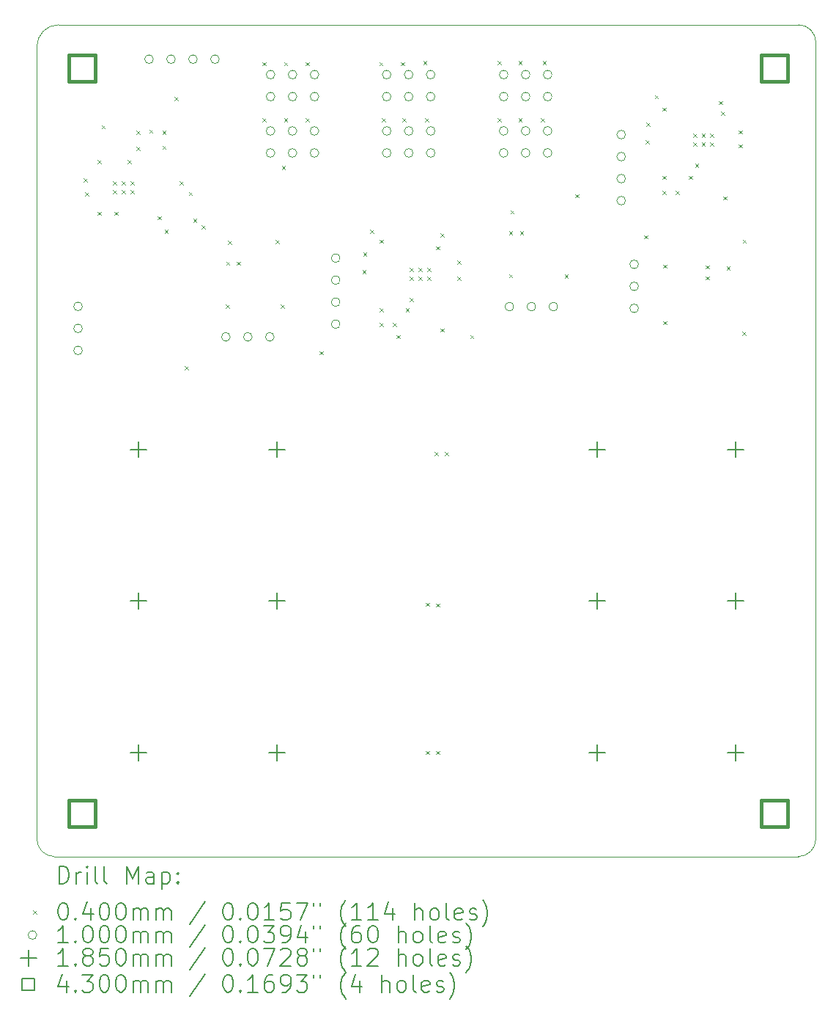
<source format=gbr>
%TF.GenerationSoftware,KiCad,Pcbnew,6.0.7*%
%TF.CreationDate,2022-11-21T22:22:32-06:00*%
%TF.ProjectId,CubesatPwrBoard,43756265-7361-4745-9077-72426f617264,rev?*%
%TF.SameCoordinates,Original*%
%TF.FileFunction,Drillmap*%
%TF.FilePolarity,Positive*%
%FSLAX45Y45*%
G04 Gerber Fmt 4.5, Leading zero omitted, Abs format (unit mm)*
G04 Created by KiCad (PCBNEW 6.0.7) date 2022-11-21 22:22:32*
%MOMM*%
%LPD*%
G01*
G04 APERTURE LIST*
%ADD10C,0.050000*%
%ADD11C,0.200000*%
%ADD12C,0.040000*%
%ADD13C,0.100000*%
%ADD14C,0.185000*%
%ADD15C,0.430000*%
G04 APERTURE END LIST*
D10*
X10665000Y-13950000D02*
X10665000Y-4800000D01*
X19465000Y-14150000D02*
G75*
G03*
X19665000Y-13950000I0J200000D01*
G01*
X10915000Y-4550000D02*
X19465000Y-4550000D01*
X19665000Y-4750000D02*
G75*
G03*
X19465000Y-4550000I-200000J0D01*
G01*
X10865000Y-14150000D02*
X19465000Y-14150000D01*
X10665000Y-13950000D02*
G75*
G03*
X10865000Y-14150000I200000J0D01*
G01*
X10915000Y-4550000D02*
G75*
G03*
X10665000Y-4800000I0J-250000D01*
G01*
X19665000Y-13950000D02*
X19665000Y-4750000D01*
D11*
D12*
X11203750Y-6325000D02*
X11243750Y-6365000D01*
X11243750Y-6325000D02*
X11203750Y-6365000D01*
X11220000Y-6483750D02*
X11260000Y-6523750D01*
X11260000Y-6483750D02*
X11220000Y-6523750D01*
X11362500Y-6108750D02*
X11402500Y-6148750D01*
X11402500Y-6108750D02*
X11362500Y-6148750D01*
X11362500Y-6708750D02*
X11402500Y-6748750D01*
X11402500Y-6708750D02*
X11362500Y-6748750D01*
X11412500Y-5708750D02*
X11452500Y-5748750D01*
X11452500Y-5708750D02*
X11412500Y-5748750D01*
X11545000Y-6358750D02*
X11585000Y-6398750D01*
X11585000Y-6358750D02*
X11545000Y-6398750D01*
X11545000Y-6458750D02*
X11585000Y-6498750D01*
X11585000Y-6458750D02*
X11545000Y-6498750D01*
X11562500Y-6708750D02*
X11602500Y-6748750D01*
X11602500Y-6708750D02*
X11562500Y-6748750D01*
X11645000Y-6358750D02*
X11685000Y-6398750D01*
X11685000Y-6358750D02*
X11645000Y-6398750D01*
X11645000Y-6458750D02*
X11685000Y-6498750D01*
X11685000Y-6458750D02*
X11645000Y-6498750D01*
X11712500Y-6108750D02*
X11752500Y-6148750D01*
X11752500Y-6108750D02*
X11712500Y-6148750D01*
X11745000Y-6358750D02*
X11785000Y-6398750D01*
X11785000Y-6358750D02*
X11745000Y-6398750D01*
X11745000Y-6458750D02*
X11785000Y-6498750D01*
X11785000Y-6458750D02*
X11745000Y-6498750D01*
X11812500Y-5772500D02*
X11852500Y-5812500D01*
X11852500Y-5772500D02*
X11812500Y-5812500D01*
X11812500Y-5958750D02*
X11852500Y-5998750D01*
X11852500Y-5958750D02*
X11812500Y-5998750D01*
X11962500Y-5758750D02*
X12002500Y-5798750D01*
X12002500Y-5758750D02*
X11962500Y-5798750D01*
X12062500Y-6758750D02*
X12102500Y-6798750D01*
X12102500Y-6758750D02*
X12062500Y-6798750D01*
X12113750Y-5773750D02*
X12153750Y-5813750D01*
X12153750Y-5773750D02*
X12113750Y-5813750D01*
X12113750Y-5946250D02*
X12153750Y-5986250D01*
X12153750Y-5946250D02*
X12113750Y-5986250D01*
X12140500Y-6913250D02*
X12180500Y-6953250D01*
X12180500Y-6913250D02*
X12140500Y-6953250D01*
X12253750Y-5380000D02*
X12293750Y-5420000D01*
X12293750Y-5380000D02*
X12253750Y-5420000D01*
X12312500Y-6358750D02*
X12352500Y-6398750D01*
X12352500Y-6358750D02*
X12312500Y-6398750D01*
X12373451Y-8488884D02*
X12413451Y-8528884D01*
X12413451Y-8488884D02*
X12373451Y-8528884D01*
X12420000Y-6480000D02*
X12460000Y-6520000D01*
X12460000Y-6480000D02*
X12420000Y-6520000D01*
X12470000Y-6790000D02*
X12510000Y-6830000D01*
X12510000Y-6790000D02*
X12470000Y-6830000D01*
X12568500Y-6867500D02*
X12608500Y-6907500D01*
X12608500Y-6867500D02*
X12568500Y-6907500D01*
X12845000Y-7781043D02*
X12885000Y-7821043D01*
X12885000Y-7781043D02*
X12845000Y-7821043D01*
X12852500Y-7283543D02*
X12892500Y-7323543D01*
X12892500Y-7283543D02*
X12852500Y-7323543D01*
X12870000Y-7042293D02*
X12910000Y-7082293D01*
X12910000Y-7042293D02*
X12870000Y-7082293D01*
X12972500Y-7283543D02*
X13012500Y-7323543D01*
X13012500Y-7283543D02*
X12972500Y-7323543D01*
X13270000Y-4980000D02*
X13310000Y-5020000D01*
X13310000Y-4980000D02*
X13270000Y-5020000D01*
X13270000Y-5630000D02*
X13310000Y-5670000D01*
X13310000Y-5630000D02*
X13270000Y-5670000D01*
X13420000Y-7031043D02*
X13460000Y-7071043D01*
X13460000Y-7031043D02*
X13420000Y-7071043D01*
X13483500Y-7780000D02*
X13523500Y-7820000D01*
X13523500Y-7780000D02*
X13483500Y-7820000D01*
X13495000Y-6180000D02*
X13535000Y-6220000D01*
X13535000Y-6180000D02*
X13495000Y-6220000D01*
X13520000Y-4980000D02*
X13560000Y-5020000D01*
X13560000Y-4980000D02*
X13520000Y-5020000D01*
X13520000Y-5630000D02*
X13560000Y-5670000D01*
X13560000Y-5630000D02*
X13520000Y-5670000D01*
X13770000Y-4980000D02*
X13810000Y-5020000D01*
X13810000Y-4980000D02*
X13770000Y-5020000D01*
X13770000Y-5630000D02*
X13810000Y-5670000D01*
X13810000Y-5630000D02*
X13770000Y-5670000D01*
X13930000Y-8316250D02*
X13970000Y-8356250D01*
X13970000Y-8316250D02*
X13930000Y-8356250D01*
X14425155Y-7380000D02*
X14465155Y-7420000D01*
X14465155Y-7380000D02*
X14425155Y-7420000D01*
X14433905Y-7180000D02*
X14473905Y-7220000D01*
X14473905Y-7180000D02*
X14433905Y-7220000D01*
X14512655Y-6917500D02*
X14552655Y-6957500D01*
X14552655Y-6917500D02*
X14512655Y-6957500D01*
X14620000Y-4980000D02*
X14660000Y-5020000D01*
X14660000Y-4980000D02*
X14620000Y-5020000D01*
X14625155Y-7030000D02*
X14665155Y-7070000D01*
X14665155Y-7030000D02*
X14625155Y-7070000D01*
X14625155Y-7818750D02*
X14665155Y-7858750D01*
X14665155Y-7818750D02*
X14625155Y-7858750D01*
X14625155Y-7991250D02*
X14665155Y-8031250D01*
X14665155Y-7991250D02*
X14625155Y-8031250D01*
X14650000Y-5630000D02*
X14690000Y-5670000D01*
X14690000Y-5630000D02*
X14650000Y-5670000D01*
X14775155Y-7991250D02*
X14815155Y-8031250D01*
X14815155Y-7991250D02*
X14775155Y-8031250D01*
X14820000Y-8130000D02*
X14860000Y-8170000D01*
X14860000Y-8130000D02*
X14820000Y-8170000D01*
X14870000Y-4980000D02*
X14910000Y-5020000D01*
X14910000Y-4980000D02*
X14870000Y-5020000D01*
X14890000Y-5630000D02*
X14930000Y-5670000D01*
X14930000Y-5630000D02*
X14890000Y-5670000D01*
X14925155Y-7818750D02*
X14965155Y-7858750D01*
X14965155Y-7818750D02*
X14925155Y-7858750D01*
X14975155Y-7355000D02*
X15015155Y-7395000D01*
X15015155Y-7355000D02*
X14975155Y-7395000D01*
X14975155Y-7455000D02*
X15015155Y-7495000D01*
X15015155Y-7455000D02*
X14975155Y-7495000D01*
X14975155Y-7705000D02*
X15015155Y-7745000D01*
X15015155Y-7705000D02*
X14975155Y-7745000D01*
X15075155Y-7355000D02*
X15115155Y-7395000D01*
X15115155Y-7355000D02*
X15075155Y-7395000D01*
X15075155Y-7455000D02*
X15115155Y-7495000D01*
X15115155Y-7455000D02*
X15075155Y-7495000D01*
X15130000Y-4970000D02*
X15170000Y-5010000D01*
X15170000Y-4970000D02*
X15130000Y-5010000D01*
X15150000Y-5630000D02*
X15190000Y-5670000D01*
X15190000Y-5630000D02*
X15150000Y-5670000D01*
X15160000Y-11220000D02*
X15200000Y-11260000D01*
X15200000Y-11220000D02*
X15160000Y-11260000D01*
X15160000Y-12930000D02*
X15200000Y-12970000D01*
X15200000Y-12930000D02*
X15160000Y-12970000D01*
X15175155Y-7355000D02*
X15215155Y-7395000D01*
X15215155Y-7355000D02*
X15175155Y-7395000D01*
X15175155Y-7455000D02*
X15215155Y-7495000D01*
X15215155Y-7455000D02*
X15175155Y-7495000D01*
X15260000Y-9480000D02*
X15300000Y-9520000D01*
X15300000Y-9480000D02*
X15260000Y-9520000D01*
X15275155Y-7105000D02*
X15315155Y-7145000D01*
X15315155Y-7105000D02*
X15275155Y-7145000D01*
X15280000Y-11230000D02*
X15320000Y-11270000D01*
X15320000Y-11230000D02*
X15280000Y-11270000D01*
X15280000Y-12930000D02*
X15320000Y-12970000D01*
X15320000Y-12930000D02*
X15280000Y-12970000D01*
X15325155Y-6955000D02*
X15365155Y-6995000D01*
X15365155Y-6955000D02*
X15325155Y-6995000D01*
X15325155Y-8055000D02*
X15365155Y-8095000D01*
X15365155Y-8055000D02*
X15325155Y-8095000D01*
X15380000Y-9480000D02*
X15420000Y-9520000D01*
X15420000Y-9480000D02*
X15380000Y-9520000D01*
X15525155Y-7268750D02*
X15565155Y-7308750D01*
X15565155Y-7268750D02*
X15525155Y-7308750D01*
X15525155Y-7455000D02*
X15565155Y-7495000D01*
X15565155Y-7455000D02*
X15525155Y-7495000D01*
X15670000Y-8130000D02*
X15710000Y-8170000D01*
X15710000Y-8130000D02*
X15670000Y-8170000D01*
X15990000Y-4970000D02*
X16030000Y-5010000D01*
X16030000Y-4970000D02*
X15990000Y-5010000D01*
X15990000Y-5630000D02*
X16030000Y-5670000D01*
X16030000Y-5630000D02*
X15990000Y-5670000D01*
X16120000Y-6932500D02*
X16160000Y-6972500D01*
X16160000Y-6932500D02*
X16120000Y-6972500D01*
X16120000Y-7427500D02*
X16160000Y-7467500D01*
X16160000Y-7427500D02*
X16120000Y-7467500D01*
X16137500Y-6691250D02*
X16177500Y-6731250D01*
X16177500Y-6691250D02*
X16137500Y-6731250D01*
X16230000Y-4970000D02*
X16270000Y-5010000D01*
X16270000Y-4970000D02*
X16230000Y-5010000D01*
X16230000Y-5630000D02*
X16270000Y-5670000D01*
X16270000Y-5630000D02*
X16230000Y-5670000D01*
X16247000Y-6932500D02*
X16287000Y-6972500D01*
X16287000Y-6932500D02*
X16247000Y-6972500D01*
X16490000Y-5630000D02*
X16530000Y-5670000D01*
X16530000Y-5630000D02*
X16490000Y-5670000D01*
X16510000Y-4970000D02*
X16550000Y-5010000D01*
X16550000Y-4970000D02*
X16510000Y-5010000D01*
X16762500Y-7430000D02*
X16802500Y-7470000D01*
X16802500Y-7430000D02*
X16762500Y-7470000D01*
X16887500Y-6505000D02*
X16927500Y-6545000D01*
X16927500Y-6505000D02*
X16887500Y-6545000D01*
X17680000Y-6980000D02*
X17720000Y-7020000D01*
X17720000Y-6980000D02*
X17680000Y-7020000D01*
X17696125Y-5880000D02*
X17736125Y-5920000D01*
X17736125Y-5880000D02*
X17696125Y-5920000D01*
X17704875Y-5680000D02*
X17744875Y-5720000D01*
X17744875Y-5680000D02*
X17704875Y-5720000D01*
X17804445Y-5361820D02*
X17844445Y-5401820D01*
X17844445Y-5361820D02*
X17804445Y-5401820D01*
X17896125Y-5505000D02*
X17936125Y-5545000D01*
X17936125Y-5505000D02*
X17896125Y-5545000D01*
X17896125Y-6293750D02*
X17936125Y-6333750D01*
X17936125Y-6293750D02*
X17896125Y-6333750D01*
X17896125Y-6466250D02*
X17936125Y-6506250D01*
X17936125Y-6466250D02*
X17896125Y-6506250D01*
X17900457Y-7318500D02*
X17940457Y-7358500D01*
X17940457Y-7318500D02*
X17900457Y-7358500D01*
X17900457Y-7968500D02*
X17940457Y-8008500D01*
X17940457Y-7968500D02*
X17900457Y-8008500D01*
X18046125Y-6466250D02*
X18086125Y-6506250D01*
X18086125Y-6466250D02*
X18046125Y-6506250D01*
X18196125Y-6293750D02*
X18236125Y-6333750D01*
X18236125Y-6293750D02*
X18196125Y-6333750D01*
X18246125Y-5805000D02*
X18286125Y-5845000D01*
X18286125Y-5805000D02*
X18246125Y-5845000D01*
X18246125Y-5905000D02*
X18286125Y-5945000D01*
X18286125Y-5905000D02*
X18246125Y-5945000D01*
X18271125Y-6155000D02*
X18311125Y-6195000D01*
X18311125Y-6155000D02*
X18271125Y-6195000D01*
X18346125Y-5805000D02*
X18386125Y-5845000D01*
X18386125Y-5805000D02*
X18346125Y-5845000D01*
X18346125Y-5905000D02*
X18386125Y-5945000D01*
X18386125Y-5905000D02*
X18346125Y-5945000D01*
X18393457Y-7326000D02*
X18433457Y-7366000D01*
X18433457Y-7326000D02*
X18393457Y-7366000D01*
X18393457Y-7453000D02*
X18433457Y-7493000D01*
X18433457Y-7453000D02*
X18393457Y-7493000D01*
X18446125Y-5805000D02*
X18486125Y-5845000D01*
X18486125Y-5805000D02*
X18446125Y-5845000D01*
X18446125Y-5905000D02*
X18486125Y-5945000D01*
X18486125Y-5905000D02*
X18446125Y-5945000D01*
X18546125Y-5430000D02*
X18586125Y-5470000D01*
X18586125Y-5430000D02*
X18546125Y-5470000D01*
X18571125Y-5555000D02*
X18611125Y-5595000D01*
X18611125Y-5555000D02*
X18571125Y-5595000D01*
X18596125Y-6530000D02*
X18636125Y-6570000D01*
X18636125Y-6530000D02*
X18596125Y-6570000D01*
X18633457Y-7341000D02*
X18673457Y-7381000D01*
X18673457Y-7341000D02*
X18633457Y-7381000D01*
X18771125Y-5768750D02*
X18811125Y-5808750D01*
X18811125Y-5768750D02*
X18771125Y-5808750D01*
X18771125Y-5930000D02*
X18811125Y-5970000D01*
X18811125Y-5930000D02*
X18771125Y-5970000D01*
X18813457Y-8091000D02*
X18853457Y-8131000D01*
X18853457Y-8091000D02*
X18813457Y-8131000D01*
X18820000Y-7030000D02*
X18860000Y-7070000D01*
X18860000Y-7030000D02*
X18820000Y-7070000D01*
D13*
X11190000Y-7800000D02*
G75*
G03*
X11190000Y-7800000I-50000J0D01*
G01*
X11190000Y-8054000D02*
G75*
G03*
X11190000Y-8054000I-50000J0D01*
G01*
X11190000Y-8308000D02*
G75*
G03*
X11190000Y-8308000I-50000J0D01*
G01*
X12010000Y-4947500D02*
G75*
G03*
X12010000Y-4947500I-50000J0D01*
G01*
X12264000Y-4947500D02*
G75*
G03*
X12264000Y-4947500I-50000J0D01*
G01*
X12518000Y-4947500D02*
G75*
G03*
X12518000Y-4947500I-50000J0D01*
G01*
X12772000Y-4947500D02*
G75*
G03*
X12772000Y-4947500I-50000J0D01*
G01*
X12898000Y-8152500D02*
G75*
G03*
X12898000Y-8152500I-50000J0D01*
G01*
X13152000Y-8152500D02*
G75*
G03*
X13152000Y-8152500I-50000J0D01*
G01*
X13406000Y-8152500D02*
G75*
G03*
X13406000Y-8152500I-50000J0D01*
G01*
X13414000Y-5125000D02*
G75*
G03*
X13414000Y-5125000I-50000J0D01*
G01*
X13414000Y-5379000D02*
G75*
G03*
X13414000Y-5379000I-50000J0D01*
G01*
X13414000Y-5775000D02*
G75*
G03*
X13414000Y-5775000I-50000J0D01*
G01*
X13414000Y-6029000D02*
G75*
G03*
X13414000Y-6029000I-50000J0D01*
G01*
X13668000Y-5125000D02*
G75*
G03*
X13668000Y-5125000I-50000J0D01*
G01*
X13668000Y-5379000D02*
G75*
G03*
X13668000Y-5379000I-50000J0D01*
G01*
X13668000Y-5775000D02*
G75*
G03*
X13668000Y-5775000I-50000J0D01*
G01*
X13668000Y-6029000D02*
G75*
G03*
X13668000Y-6029000I-50000J0D01*
G01*
X13922000Y-5125000D02*
G75*
G03*
X13922000Y-5125000I-50000J0D01*
G01*
X13922000Y-5379000D02*
G75*
G03*
X13922000Y-5379000I-50000J0D01*
G01*
X13922000Y-5775000D02*
G75*
G03*
X13922000Y-5775000I-50000J0D01*
G01*
X13922000Y-6029000D02*
G75*
G03*
X13922000Y-6029000I-50000J0D01*
G01*
X14167655Y-7243000D02*
G75*
G03*
X14167655Y-7243000I-50000J0D01*
G01*
X14167655Y-7497000D02*
G75*
G03*
X14167655Y-7497000I-50000J0D01*
G01*
X14167655Y-7751000D02*
G75*
G03*
X14167655Y-7751000I-50000J0D01*
G01*
X14167655Y-8005000D02*
G75*
G03*
X14167655Y-8005000I-50000J0D01*
G01*
X14757000Y-5125000D02*
G75*
G03*
X14757000Y-5125000I-50000J0D01*
G01*
X14757000Y-5379000D02*
G75*
G03*
X14757000Y-5379000I-50000J0D01*
G01*
X14757000Y-5775000D02*
G75*
G03*
X14757000Y-5775000I-50000J0D01*
G01*
X14757000Y-6029000D02*
G75*
G03*
X14757000Y-6029000I-50000J0D01*
G01*
X15011000Y-5125000D02*
G75*
G03*
X15011000Y-5125000I-50000J0D01*
G01*
X15011000Y-5379000D02*
G75*
G03*
X15011000Y-5379000I-50000J0D01*
G01*
X15011000Y-5775000D02*
G75*
G03*
X15011000Y-5775000I-50000J0D01*
G01*
X15011000Y-6029000D02*
G75*
G03*
X15011000Y-6029000I-50000J0D01*
G01*
X15265000Y-5125000D02*
G75*
G03*
X15265000Y-5125000I-50000J0D01*
G01*
X15265000Y-5379000D02*
G75*
G03*
X15265000Y-5379000I-50000J0D01*
G01*
X15265000Y-5775000D02*
G75*
G03*
X15265000Y-5775000I-50000J0D01*
G01*
X15265000Y-6029000D02*
G75*
G03*
X15265000Y-6029000I-50000J0D01*
G01*
X16108500Y-5125000D02*
G75*
G03*
X16108500Y-5125000I-50000J0D01*
G01*
X16108500Y-5379000D02*
G75*
G03*
X16108500Y-5379000I-50000J0D01*
G01*
X16108500Y-5775000D02*
G75*
G03*
X16108500Y-5775000I-50000J0D01*
G01*
X16108500Y-6029000D02*
G75*
G03*
X16108500Y-6029000I-50000J0D01*
G01*
X16174500Y-7802500D02*
G75*
G03*
X16174500Y-7802500I-50000J0D01*
G01*
X16362500Y-5125000D02*
G75*
G03*
X16362500Y-5125000I-50000J0D01*
G01*
X16362500Y-5379000D02*
G75*
G03*
X16362500Y-5379000I-50000J0D01*
G01*
X16362500Y-5775000D02*
G75*
G03*
X16362500Y-5775000I-50000J0D01*
G01*
X16362500Y-6029000D02*
G75*
G03*
X16362500Y-6029000I-50000J0D01*
G01*
X16428500Y-7802500D02*
G75*
G03*
X16428500Y-7802500I-50000J0D01*
G01*
X16616500Y-5125000D02*
G75*
G03*
X16616500Y-5125000I-50000J0D01*
G01*
X16616500Y-5379000D02*
G75*
G03*
X16616500Y-5379000I-50000J0D01*
G01*
X16616500Y-5775000D02*
G75*
G03*
X16616500Y-5775000I-50000J0D01*
G01*
X16616500Y-6029000D02*
G75*
G03*
X16616500Y-6029000I-50000J0D01*
G01*
X16682500Y-7802500D02*
G75*
G03*
X16682500Y-7802500I-50000J0D01*
G01*
X17466125Y-5818000D02*
G75*
G03*
X17466125Y-5818000I-50000J0D01*
G01*
X17466125Y-6072000D02*
G75*
G03*
X17466125Y-6072000I-50000J0D01*
G01*
X17466125Y-6326000D02*
G75*
G03*
X17466125Y-6326000I-50000J0D01*
G01*
X17466125Y-6580000D02*
G75*
G03*
X17466125Y-6580000I-50000J0D01*
G01*
X17615957Y-7315500D02*
G75*
G03*
X17615957Y-7315500I-50000J0D01*
G01*
X17615957Y-7569500D02*
G75*
G03*
X17615957Y-7569500I-50000J0D01*
G01*
X17615957Y-7823500D02*
G75*
G03*
X17615957Y-7823500I-50000J0D01*
G01*
D14*
X11840000Y-9357500D02*
X11840000Y-9542500D01*
X11747500Y-9450000D02*
X11932500Y-9450000D01*
X11840000Y-11107500D02*
X11840000Y-11292500D01*
X11747500Y-11200000D02*
X11932500Y-11200000D01*
X11840000Y-12857500D02*
X11840000Y-13042500D01*
X11747500Y-12950000D02*
X11932500Y-12950000D01*
X13440000Y-9357500D02*
X13440000Y-9542500D01*
X13347500Y-9450000D02*
X13532500Y-9450000D01*
X13440000Y-11107500D02*
X13440000Y-11292500D01*
X13347500Y-11200000D02*
X13532500Y-11200000D01*
X13440000Y-12857500D02*
X13440000Y-13042500D01*
X13347500Y-12950000D02*
X13532500Y-12950000D01*
X17140000Y-9357500D02*
X17140000Y-9542500D01*
X17047500Y-9450000D02*
X17232500Y-9450000D01*
X17140000Y-11107500D02*
X17140000Y-11292500D01*
X17047500Y-11200000D02*
X17232500Y-11200000D01*
X17140000Y-12857500D02*
X17140000Y-13042500D01*
X17047500Y-12950000D02*
X17232500Y-12950000D01*
X18740000Y-9357500D02*
X18740000Y-9542500D01*
X18647500Y-9450000D02*
X18832500Y-9450000D01*
X18740000Y-11107500D02*
X18740000Y-11292500D01*
X18647500Y-11200000D02*
X18832500Y-11200000D01*
X18740000Y-12857500D02*
X18740000Y-13042500D01*
X18647500Y-12950000D02*
X18832500Y-12950000D01*
D15*
X11342029Y-5202029D02*
X11342029Y-4897971D01*
X11037971Y-4897971D01*
X11037971Y-5202029D01*
X11342029Y-5202029D01*
X11342029Y-13802029D02*
X11342029Y-13497971D01*
X11037971Y-13497971D01*
X11037971Y-13802029D01*
X11342029Y-13802029D01*
X19342029Y-5202029D02*
X19342029Y-4897971D01*
X19037971Y-4897971D01*
X19037971Y-5202029D01*
X19342029Y-5202029D01*
X19342029Y-13802029D02*
X19342029Y-13497971D01*
X19037971Y-13497971D01*
X19037971Y-13802029D01*
X19342029Y-13802029D01*
D11*
X10920119Y-14462976D02*
X10920119Y-14262976D01*
X10967738Y-14262976D01*
X10996310Y-14272500D01*
X11015357Y-14291548D01*
X11024881Y-14310595D01*
X11034405Y-14348690D01*
X11034405Y-14377262D01*
X11024881Y-14415357D01*
X11015357Y-14434405D01*
X10996310Y-14453452D01*
X10967738Y-14462976D01*
X10920119Y-14462976D01*
X11120119Y-14462976D02*
X11120119Y-14329643D01*
X11120119Y-14367738D02*
X11129643Y-14348690D01*
X11139167Y-14339167D01*
X11158214Y-14329643D01*
X11177262Y-14329643D01*
X11243928Y-14462976D02*
X11243928Y-14329643D01*
X11243928Y-14262976D02*
X11234405Y-14272500D01*
X11243928Y-14282024D01*
X11253452Y-14272500D01*
X11243928Y-14262976D01*
X11243928Y-14282024D01*
X11367738Y-14462976D02*
X11348690Y-14453452D01*
X11339167Y-14434405D01*
X11339167Y-14262976D01*
X11472500Y-14462976D02*
X11453452Y-14453452D01*
X11443928Y-14434405D01*
X11443928Y-14262976D01*
X11701071Y-14462976D02*
X11701071Y-14262976D01*
X11767738Y-14405833D01*
X11834405Y-14262976D01*
X11834405Y-14462976D01*
X12015357Y-14462976D02*
X12015357Y-14358214D01*
X12005833Y-14339167D01*
X11986786Y-14329643D01*
X11948690Y-14329643D01*
X11929643Y-14339167D01*
X12015357Y-14453452D02*
X11996309Y-14462976D01*
X11948690Y-14462976D01*
X11929643Y-14453452D01*
X11920119Y-14434405D01*
X11920119Y-14415357D01*
X11929643Y-14396309D01*
X11948690Y-14386786D01*
X11996309Y-14386786D01*
X12015357Y-14377262D01*
X12110595Y-14329643D02*
X12110595Y-14529643D01*
X12110595Y-14339167D02*
X12129643Y-14329643D01*
X12167738Y-14329643D01*
X12186786Y-14339167D01*
X12196309Y-14348690D01*
X12205833Y-14367738D01*
X12205833Y-14424881D01*
X12196309Y-14443928D01*
X12186786Y-14453452D01*
X12167738Y-14462976D01*
X12129643Y-14462976D01*
X12110595Y-14453452D01*
X12291548Y-14443928D02*
X12301071Y-14453452D01*
X12291548Y-14462976D01*
X12282024Y-14453452D01*
X12291548Y-14443928D01*
X12291548Y-14462976D01*
X12291548Y-14339167D02*
X12301071Y-14348690D01*
X12291548Y-14358214D01*
X12282024Y-14348690D01*
X12291548Y-14339167D01*
X12291548Y-14358214D01*
D12*
X10622500Y-14772500D02*
X10662500Y-14812500D01*
X10662500Y-14772500D02*
X10622500Y-14812500D01*
D11*
X10958214Y-14682976D02*
X10977262Y-14682976D01*
X10996310Y-14692500D01*
X11005833Y-14702024D01*
X11015357Y-14721071D01*
X11024881Y-14759167D01*
X11024881Y-14806786D01*
X11015357Y-14844881D01*
X11005833Y-14863928D01*
X10996310Y-14873452D01*
X10977262Y-14882976D01*
X10958214Y-14882976D01*
X10939167Y-14873452D01*
X10929643Y-14863928D01*
X10920119Y-14844881D01*
X10910595Y-14806786D01*
X10910595Y-14759167D01*
X10920119Y-14721071D01*
X10929643Y-14702024D01*
X10939167Y-14692500D01*
X10958214Y-14682976D01*
X11110595Y-14863928D02*
X11120119Y-14873452D01*
X11110595Y-14882976D01*
X11101071Y-14873452D01*
X11110595Y-14863928D01*
X11110595Y-14882976D01*
X11291548Y-14749643D02*
X11291548Y-14882976D01*
X11243928Y-14673452D02*
X11196309Y-14816309D01*
X11320119Y-14816309D01*
X11434405Y-14682976D02*
X11453452Y-14682976D01*
X11472500Y-14692500D01*
X11482024Y-14702024D01*
X11491548Y-14721071D01*
X11501071Y-14759167D01*
X11501071Y-14806786D01*
X11491548Y-14844881D01*
X11482024Y-14863928D01*
X11472500Y-14873452D01*
X11453452Y-14882976D01*
X11434405Y-14882976D01*
X11415357Y-14873452D01*
X11405833Y-14863928D01*
X11396309Y-14844881D01*
X11386786Y-14806786D01*
X11386786Y-14759167D01*
X11396309Y-14721071D01*
X11405833Y-14702024D01*
X11415357Y-14692500D01*
X11434405Y-14682976D01*
X11624881Y-14682976D02*
X11643928Y-14682976D01*
X11662976Y-14692500D01*
X11672500Y-14702024D01*
X11682024Y-14721071D01*
X11691548Y-14759167D01*
X11691548Y-14806786D01*
X11682024Y-14844881D01*
X11672500Y-14863928D01*
X11662976Y-14873452D01*
X11643928Y-14882976D01*
X11624881Y-14882976D01*
X11605833Y-14873452D01*
X11596309Y-14863928D01*
X11586786Y-14844881D01*
X11577262Y-14806786D01*
X11577262Y-14759167D01*
X11586786Y-14721071D01*
X11596309Y-14702024D01*
X11605833Y-14692500D01*
X11624881Y-14682976D01*
X11777262Y-14882976D02*
X11777262Y-14749643D01*
X11777262Y-14768690D02*
X11786786Y-14759167D01*
X11805833Y-14749643D01*
X11834405Y-14749643D01*
X11853452Y-14759167D01*
X11862976Y-14778214D01*
X11862976Y-14882976D01*
X11862976Y-14778214D02*
X11872500Y-14759167D01*
X11891548Y-14749643D01*
X11920119Y-14749643D01*
X11939167Y-14759167D01*
X11948690Y-14778214D01*
X11948690Y-14882976D01*
X12043928Y-14882976D02*
X12043928Y-14749643D01*
X12043928Y-14768690D02*
X12053452Y-14759167D01*
X12072500Y-14749643D01*
X12101071Y-14749643D01*
X12120119Y-14759167D01*
X12129643Y-14778214D01*
X12129643Y-14882976D01*
X12129643Y-14778214D02*
X12139167Y-14759167D01*
X12158214Y-14749643D01*
X12186786Y-14749643D01*
X12205833Y-14759167D01*
X12215357Y-14778214D01*
X12215357Y-14882976D01*
X12605833Y-14673452D02*
X12434405Y-14930595D01*
X12862976Y-14682976D02*
X12882024Y-14682976D01*
X12901071Y-14692500D01*
X12910595Y-14702024D01*
X12920119Y-14721071D01*
X12929643Y-14759167D01*
X12929643Y-14806786D01*
X12920119Y-14844881D01*
X12910595Y-14863928D01*
X12901071Y-14873452D01*
X12882024Y-14882976D01*
X12862976Y-14882976D01*
X12843928Y-14873452D01*
X12834405Y-14863928D01*
X12824881Y-14844881D01*
X12815357Y-14806786D01*
X12815357Y-14759167D01*
X12824881Y-14721071D01*
X12834405Y-14702024D01*
X12843928Y-14692500D01*
X12862976Y-14682976D01*
X13015357Y-14863928D02*
X13024881Y-14873452D01*
X13015357Y-14882976D01*
X13005833Y-14873452D01*
X13015357Y-14863928D01*
X13015357Y-14882976D01*
X13148690Y-14682976D02*
X13167738Y-14682976D01*
X13186786Y-14692500D01*
X13196309Y-14702024D01*
X13205833Y-14721071D01*
X13215357Y-14759167D01*
X13215357Y-14806786D01*
X13205833Y-14844881D01*
X13196309Y-14863928D01*
X13186786Y-14873452D01*
X13167738Y-14882976D01*
X13148690Y-14882976D01*
X13129643Y-14873452D01*
X13120119Y-14863928D01*
X13110595Y-14844881D01*
X13101071Y-14806786D01*
X13101071Y-14759167D01*
X13110595Y-14721071D01*
X13120119Y-14702024D01*
X13129643Y-14692500D01*
X13148690Y-14682976D01*
X13405833Y-14882976D02*
X13291548Y-14882976D01*
X13348690Y-14882976D02*
X13348690Y-14682976D01*
X13329643Y-14711548D01*
X13310595Y-14730595D01*
X13291548Y-14740119D01*
X13586786Y-14682976D02*
X13491548Y-14682976D01*
X13482024Y-14778214D01*
X13491548Y-14768690D01*
X13510595Y-14759167D01*
X13558214Y-14759167D01*
X13577262Y-14768690D01*
X13586786Y-14778214D01*
X13596309Y-14797262D01*
X13596309Y-14844881D01*
X13586786Y-14863928D01*
X13577262Y-14873452D01*
X13558214Y-14882976D01*
X13510595Y-14882976D01*
X13491548Y-14873452D01*
X13482024Y-14863928D01*
X13662976Y-14682976D02*
X13796309Y-14682976D01*
X13710595Y-14882976D01*
X13862976Y-14682976D02*
X13862976Y-14721071D01*
X13939167Y-14682976D02*
X13939167Y-14721071D01*
X14234405Y-14959167D02*
X14224881Y-14949643D01*
X14205833Y-14921071D01*
X14196309Y-14902024D01*
X14186786Y-14873452D01*
X14177262Y-14825833D01*
X14177262Y-14787738D01*
X14186786Y-14740119D01*
X14196309Y-14711548D01*
X14205833Y-14692500D01*
X14224881Y-14663928D01*
X14234405Y-14654405D01*
X14415357Y-14882976D02*
X14301071Y-14882976D01*
X14358214Y-14882976D02*
X14358214Y-14682976D01*
X14339167Y-14711548D01*
X14320119Y-14730595D01*
X14301071Y-14740119D01*
X14605833Y-14882976D02*
X14491548Y-14882976D01*
X14548690Y-14882976D02*
X14548690Y-14682976D01*
X14529643Y-14711548D01*
X14510595Y-14730595D01*
X14491548Y-14740119D01*
X14777262Y-14749643D02*
X14777262Y-14882976D01*
X14729643Y-14673452D02*
X14682024Y-14816309D01*
X14805833Y-14816309D01*
X15034405Y-14882976D02*
X15034405Y-14682976D01*
X15120119Y-14882976D02*
X15120119Y-14778214D01*
X15110595Y-14759167D01*
X15091548Y-14749643D01*
X15062976Y-14749643D01*
X15043928Y-14759167D01*
X15034405Y-14768690D01*
X15243928Y-14882976D02*
X15224881Y-14873452D01*
X15215357Y-14863928D01*
X15205833Y-14844881D01*
X15205833Y-14787738D01*
X15215357Y-14768690D01*
X15224881Y-14759167D01*
X15243928Y-14749643D01*
X15272500Y-14749643D01*
X15291548Y-14759167D01*
X15301071Y-14768690D01*
X15310595Y-14787738D01*
X15310595Y-14844881D01*
X15301071Y-14863928D01*
X15291548Y-14873452D01*
X15272500Y-14882976D01*
X15243928Y-14882976D01*
X15424881Y-14882976D02*
X15405833Y-14873452D01*
X15396309Y-14854405D01*
X15396309Y-14682976D01*
X15577262Y-14873452D02*
X15558214Y-14882976D01*
X15520119Y-14882976D01*
X15501071Y-14873452D01*
X15491548Y-14854405D01*
X15491548Y-14778214D01*
X15501071Y-14759167D01*
X15520119Y-14749643D01*
X15558214Y-14749643D01*
X15577262Y-14759167D01*
X15586786Y-14778214D01*
X15586786Y-14797262D01*
X15491548Y-14816309D01*
X15662976Y-14873452D02*
X15682024Y-14882976D01*
X15720119Y-14882976D01*
X15739167Y-14873452D01*
X15748690Y-14854405D01*
X15748690Y-14844881D01*
X15739167Y-14825833D01*
X15720119Y-14816309D01*
X15691548Y-14816309D01*
X15672500Y-14806786D01*
X15662976Y-14787738D01*
X15662976Y-14778214D01*
X15672500Y-14759167D01*
X15691548Y-14749643D01*
X15720119Y-14749643D01*
X15739167Y-14759167D01*
X15815357Y-14959167D02*
X15824881Y-14949643D01*
X15843928Y-14921071D01*
X15853452Y-14902024D01*
X15862976Y-14873452D01*
X15872500Y-14825833D01*
X15872500Y-14787738D01*
X15862976Y-14740119D01*
X15853452Y-14711548D01*
X15843928Y-14692500D01*
X15824881Y-14663928D01*
X15815357Y-14654405D01*
D13*
X10662500Y-15056500D02*
G75*
G03*
X10662500Y-15056500I-50000J0D01*
G01*
D11*
X11024881Y-15146976D02*
X10910595Y-15146976D01*
X10967738Y-15146976D02*
X10967738Y-14946976D01*
X10948690Y-14975548D01*
X10929643Y-14994595D01*
X10910595Y-15004119D01*
X11110595Y-15127928D02*
X11120119Y-15137452D01*
X11110595Y-15146976D01*
X11101071Y-15137452D01*
X11110595Y-15127928D01*
X11110595Y-15146976D01*
X11243928Y-14946976D02*
X11262976Y-14946976D01*
X11282024Y-14956500D01*
X11291548Y-14966024D01*
X11301071Y-14985071D01*
X11310595Y-15023167D01*
X11310595Y-15070786D01*
X11301071Y-15108881D01*
X11291548Y-15127928D01*
X11282024Y-15137452D01*
X11262976Y-15146976D01*
X11243928Y-15146976D01*
X11224881Y-15137452D01*
X11215357Y-15127928D01*
X11205833Y-15108881D01*
X11196309Y-15070786D01*
X11196309Y-15023167D01*
X11205833Y-14985071D01*
X11215357Y-14966024D01*
X11224881Y-14956500D01*
X11243928Y-14946976D01*
X11434405Y-14946976D02*
X11453452Y-14946976D01*
X11472500Y-14956500D01*
X11482024Y-14966024D01*
X11491548Y-14985071D01*
X11501071Y-15023167D01*
X11501071Y-15070786D01*
X11491548Y-15108881D01*
X11482024Y-15127928D01*
X11472500Y-15137452D01*
X11453452Y-15146976D01*
X11434405Y-15146976D01*
X11415357Y-15137452D01*
X11405833Y-15127928D01*
X11396309Y-15108881D01*
X11386786Y-15070786D01*
X11386786Y-15023167D01*
X11396309Y-14985071D01*
X11405833Y-14966024D01*
X11415357Y-14956500D01*
X11434405Y-14946976D01*
X11624881Y-14946976D02*
X11643928Y-14946976D01*
X11662976Y-14956500D01*
X11672500Y-14966024D01*
X11682024Y-14985071D01*
X11691548Y-15023167D01*
X11691548Y-15070786D01*
X11682024Y-15108881D01*
X11672500Y-15127928D01*
X11662976Y-15137452D01*
X11643928Y-15146976D01*
X11624881Y-15146976D01*
X11605833Y-15137452D01*
X11596309Y-15127928D01*
X11586786Y-15108881D01*
X11577262Y-15070786D01*
X11577262Y-15023167D01*
X11586786Y-14985071D01*
X11596309Y-14966024D01*
X11605833Y-14956500D01*
X11624881Y-14946976D01*
X11777262Y-15146976D02*
X11777262Y-15013643D01*
X11777262Y-15032690D02*
X11786786Y-15023167D01*
X11805833Y-15013643D01*
X11834405Y-15013643D01*
X11853452Y-15023167D01*
X11862976Y-15042214D01*
X11862976Y-15146976D01*
X11862976Y-15042214D02*
X11872500Y-15023167D01*
X11891548Y-15013643D01*
X11920119Y-15013643D01*
X11939167Y-15023167D01*
X11948690Y-15042214D01*
X11948690Y-15146976D01*
X12043928Y-15146976D02*
X12043928Y-15013643D01*
X12043928Y-15032690D02*
X12053452Y-15023167D01*
X12072500Y-15013643D01*
X12101071Y-15013643D01*
X12120119Y-15023167D01*
X12129643Y-15042214D01*
X12129643Y-15146976D01*
X12129643Y-15042214D02*
X12139167Y-15023167D01*
X12158214Y-15013643D01*
X12186786Y-15013643D01*
X12205833Y-15023167D01*
X12215357Y-15042214D01*
X12215357Y-15146976D01*
X12605833Y-14937452D02*
X12434405Y-15194595D01*
X12862976Y-14946976D02*
X12882024Y-14946976D01*
X12901071Y-14956500D01*
X12910595Y-14966024D01*
X12920119Y-14985071D01*
X12929643Y-15023167D01*
X12929643Y-15070786D01*
X12920119Y-15108881D01*
X12910595Y-15127928D01*
X12901071Y-15137452D01*
X12882024Y-15146976D01*
X12862976Y-15146976D01*
X12843928Y-15137452D01*
X12834405Y-15127928D01*
X12824881Y-15108881D01*
X12815357Y-15070786D01*
X12815357Y-15023167D01*
X12824881Y-14985071D01*
X12834405Y-14966024D01*
X12843928Y-14956500D01*
X12862976Y-14946976D01*
X13015357Y-15127928D02*
X13024881Y-15137452D01*
X13015357Y-15146976D01*
X13005833Y-15137452D01*
X13015357Y-15127928D01*
X13015357Y-15146976D01*
X13148690Y-14946976D02*
X13167738Y-14946976D01*
X13186786Y-14956500D01*
X13196309Y-14966024D01*
X13205833Y-14985071D01*
X13215357Y-15023167D01*
X13215357Y-15070786D01*
X13205833Y-15108881D01*
X13196309Y-15127928D01*
X13186786Y-15137452D01*
X13167738Y-15146976D01*
X13148690Y-15146976D01*
X13129643Y-15137452D01*
X13120119Y-15127928D01*
X13110595Y-15108881D01*
X13101071Y-15070786D01*
X13101071Y-15023167D01*
X13110595Y-14985071D01*
X13120119Y-14966024D01*
X13129643Y-14956500D01*
X13148690Y-14946976D01*
X13282024Y-14946976D02*
X13405833Y-14946976D01*
X13339167Y-15023167D01*
X13367738Y-15023167D01*
X13386786Y-15032690D01*
X13396309Y-15042214D01*
X13405833Y-15061262D01*
X13405833Y-15108881D01*
X13396309Y-15127928D01*
X13386786Y-15137452D01*
X13367738Y-15146976D01*
X13310595Y-15146976D01*
X13291548Y-15137452D01*
X13282024Y-15127928D01*
X13501071Y-15146976D02*
X13539167Y-15146976D01*
X13558214Y-15137452D01*
X13567738Y-15127928D01*
X13586786Y-15099357D01*
X13596309Y-15061262D01*
X13596309Y-14985071D01*
X13586786Y-14966024D01*
X13577262Y-14956500D01*
X13558214Y-14946976D01*
X13520119Y-14946976D01*
X13501071Y-14956500D01*
X13491548Y-14966024D01*
X13482024Y-14985071D01*
X13482024Y-15032690D01*
X13491548Y-15051738D01*
X13501071Y-15061262D01*
X13520119Y-15070786D01*
X13558214Y-15070786D01*
X13577262Y-15061262D01*
X13586786Y-15051738D01*
X13596309Y-15032690D01*
X13767738Y-15013643D02*
X13767738Y-15146976D01*
X13720119Y-14937452D02*
X13672500Y-15080309D01*
X13796309Y-15080309D01*
X13862976Y-14946976D02*
X13862976Y-14985071D01*
X13939167Y-14946976D02*
X13939167Y-14985071D01*
X14234405Y-15223167D02*
X14224881Y-15213643D01*
X14205833Y-15185071D01*
X14196309Y-15166024D01*
X14186786Y-15137452D01*
X14177262Y-15089833D01*
X14177262Y-15051738D01*
X14186786Y-15004119D01*
X14196309Y-14975548D01*
X14205833Y-14956500D01*
X14224881Y-14927928D01*
X14234405Y-14918405D01*
X14396309Y-14946976D02*
X14358214Y-14946976D01*
X14339167Y-14956500D01*
X14329643Y-14966024D01*
X14310595Y-14994595D01*
X14301071Y-15032690D01*
X14301071Y-15108881D01*
X14310595Y-15127928D01*
X14320119Y-15137452D01*
X14339167Y-15146976D01*
X14377262Y-15146976D01*
X14396309Y-15137452D01*
X14405833Y-15127928D01*
X14415357Y-15108881D01*
X14415357Y-15061262D01*
X14405833Y-15042214D01*
X14396309Y-15032690D01*
X14377262Y-15023167D01*
X14339167Y-15023167D01*
X14320119Y-15032690D01*
X14310595Y-15042214D01*
X14301071Y-15061262D01*
X14539167Y-14946976D02*
X14558214Y-14946976D01*
X14577262Y-14956500D01*
X14586786Y-14966024D01*
X14596309Y-14985071D01*
X14605833Y-15023167D01*
X14605833Y-15070786D01*
X14596309Y-15108881D01*
X14586786Y-15127928D01*
X14577262Y-15137452D01*
X14558214Y-15146976D01*
X14539167Y-15146976D01*
X14520119Y-15137452D01*
X14510595Y-15127928D01*
X14501071Y-15108881D01*
X14491548Y-15070786D01*
X14491548Y-15023167D01*
X14501071Y-14985071D01*
X14510595Y-14966024D01*
X14520119Y-14956500D01*
X14539167Y-14946976D01*
X14843928Y-15146976D02*
X14843928Y-14946976D01*
X14929643Y-15146976D02*
X14929643Y-15042214D01*
X14920119Y-15023167D01*
X14901071Y-15013643D01*
X14872500Y-15013643D01*
X14853452Y-15023167D01*
X14843928Y-15032690D01*
X15053452Y-15146976D02*
X15034405Y-15137452D01*
X15024881Y-15127928D01*
X15015357Y-15108881D01*
X15015357Y-15051738D01*
X15024881Y-15032690D01*
X15034405Y-15023167D01*
X15053452Y-15013643D01*
X15082024Y-15013643D01*
X15101071Y-15023167D01*
X15110595Y-15032690D01*
X15120119Y-15051738D01*
X15120119Y-15108881D01*
X15110595Y-15127928D01*
X15101071Y-15137452D01*
X15082024Y-15146976D01*
X15053452Y-15146976D01*
X15234405Y-15146976D02*
X15215357Y-15137452D01*
X15205833Y-15118405D01*
X15205833Y-14946976D01*
X15386786Y-15137452D02*
X15367738Y-15146976D01*
X15329643Y-15146976D01*
X15310595Y-15137452D01*
X15301071Y-15118405D01*
X15301071Y-15042214D01*
X15310595Y-15023167D01*
X15329643Y-15013643D01*
X15367738Y-15013643D01*
X15386786Y-15023167D01*
X15396309Y-15042214D01*
X15396309Y-15061262D01*
X15301071Y-15080309D01*
X15472500Y-15137452D02*
X15491548Y-15146976D01*
X15529643Y-15146976D01*
X15548690Y-15137452D01*
X15558214Y-15118405D01*
X15558214Y-15108881D01*
X15548690Y-15089833D01*
X15529643Y-15080309D01*
X15501071Y-15080309D01*
X15482024Y-15070786D01*
X15472500Y-15051738D01*
X15472500Y-15042214D01*
X15482024Y-15023167D01*
X15501071Y-15013643D01*
X15529643Y-15013643D01*
X15548690Y-15023167D01*
X15624881Y-15223167D02*
X15634405Y-15213643D01*
X15653452Y-15185071D01*
X15662976Y-15166024D01*
X15672500Y-15137452D01*
X15682024Y-15089833D01*
X15682024Y-15051738D01*
X15672500Y-15004119D01*
X15662976Y-14975548D01*
X15653452Y-14956500D01*
X15634405Y-14927928D01*
X15624881Y-14918405D01*
D14*
X10570000Y-15228000D02*
X10570000Y-15413000D01*
X10477500Y-15320500D02*
X10662500Y-15320500D01*
D11*
X11024881Y-15410976D02*
X10910595Y-15410976D01*
X10967738Y-15410976D02*
X10967738Y-15210976D01*
X10948690Y-15239548D01*
X10929643Y-15258595D01*
X10910595Y-15268119D01*
X11110595Y-15391928D02*
X11120119Y-15401452D01*
X11110595Y-15410976D01*
X11101071Y-15401452D01*
X11110595Y-15391928D01*
X11110595Y-15410976D01*
X11234405Y-15296690D02*
X11215357Y-15287167D01*
X11205833Y-15277643D01*
X11196309Y-15258595D01*
X11196309Y-15249071D01*
X11205833Y-15230024D01*
X11215357Y-15220500D01*
X11234405Y-15210976D01*
X11272500Y-15210976D01*
X11291548Y-15220500D01*
X11301071Y-15230024D01*
X11310595Y-15249071D01*
X11310595Y-15258595D01*
X11301071Y-15277643D01*
X11291548Y-15287167D01*
X11272500Y-15296690D01*
X11234405Y-15296690D01*
X11215357Y-15306214D01*
X11205833Y-15315738D01*
X11196309Y-15334786D01*
X11196309Y-15372881D01*
X11205833Y-15391928D01*
X11215357Y-15401452D01*
X11234405Y-15410976D01*
X11272500Y-15410976D01*
X11291548Y-15401452D01*
X11301071Y-15391928D01*
X11310595Y-15372881D01*
X11310595Y-15334786D01*
X11301071Y-15315738D01*
X11291548Y-15306214D01*
X11272500Y-15296690D01*
X11491548Y-15210976D02*
X11396309Y-15210976D01*
X11386786Y-15306214D01*
X11396309Y-15296690D01*
X11415357Y-15287167D01*
X11462976Y-15287167D01*
X11482024Y-15296690D01*
X11491548Y-15306214D01*
X11501071Y-15325262D01*
X11501071Y-15372881D01*
X11491548Y-15391928D01*
X11482024Y-15401452D01*
X11462976Y-15410976D01*
X11415357Y-15410976D01*
X11396309Y-15401452D01*
X11386786Y-15391928D01*
X11624881Y-15210976D02*
X11643928Y-15210976D01*
X11662976Y-15220500D01*
X11672500Y-15230024D01*
X11682024Y-15249071D01*
X11691548Y-15287167D01*
X11691548Y-15334786D01*
X11682024Y-15372881D01*
X11672500Y-15391928D01*
X11662976Y-15401452D01*
X11643928Y-15410976D01*
X11624881Y-15410976D01*
X11605833Y-15401452D01*
X11596309Y-15391928D01*
X11586786Y-15372881D01*
X11577262Y-15334786D01*
X11577262Y-15287167D01*
X11586786Y-15249071D01*
X11596309Y-15230024D01*
X11605833Y-15220500D01*
X11624881Y-15210976D01*
X11777262Y-15410976D02*
X11777262Y-15277643D01*
X11777262Y-15296690D02*
X11786786Y-15287167D01*
X11805833Y-15277643D01*
X11834405Y-15277643D01*
X11853452Y-15287167D01*
X11862976Y-15306214D01*
X11862976Y-15410976D01*
X11862976Y-15306214D02*
X11872500Y-15287167D01*
X11891548Y-15277643D01*
X11920119Y-15277643D01*
X11939167Y-15287167D01*
X11948690Y-15306214D01*
X11948690Y-15410976D01*
X12043928Y-15410976D02*
X12043928Y-15277643D01*
X12043928Y-15296690D02*
X12053452Y-15287167D01*
X12072500Y-15277643D01*
X12101071Y-15277643D01*
X12120119Y-15287167D01*
X12129643Y-15306214D01*
X12129643Y-15410976D01*
X12129643Y-15306214D02*
X12139167Y-15287167D01*
X12158214Y-15277643D01*
X12186786Y-15277643D01*
X12205833Y-15287167D01*
X12215357Y-15306214D01*
X12215357Y-15410976D01*
X12605833Y-15201452D02*
X12434405Y-15458595D01*
X12862976Y-15210976D02*
X12882024Y-15210976D01*
X12901071Y-15220500D01*
X12910595Y-15230024D01*
X12920119Y-15249071D01*
X12929643Y-15287167D01*
X12929643Y-15334786D01*
X12920119Y-15372881D01*
X12910595Y-15391928D01*
X12901071Y-15401452D01*
X12882024Y-15410976D01*
X12862976Y-15410976D01*
X12843928Y-15401452D01*
X12834405Y-15391928D01*
X12824881Y-15372881D01*
X12815357Y-15334786D01*
X12815357Y-15287167D01*
X12824881Y-15249071D01*
X12834405Y-15230024D01*
X12843928Y-15220500D01*
X12862976Y-15210976D01*
X13015357Y-15391928D02*
X13024881Y-15401452D01*
X13015357Y-15410976D01*
X13005833Y-15401452D01*
X13015357Y-15391928D01*
X13015357Y-15410976D01*
X13148690Y-15210976D02*
X13167738Y-15210976D01*
X13186786Y-15220500D01*
X13196309Y-15230024D01*
X13205833Y-15249071D01*
X13215357Y-15287167D01*
X13215357Y-15334786D01*
X13205833Y-15372881D01*
X13196309Y-15391928D01*
X13186786Y-15401452D01*
X13167738Y-15410976D01*
X13148690Y-15410976D01*
X13129643Y-15401452D01*
X13120119Y-15391928D01*
X13110595Y-15372881D01*
X13101071Y-15334786D01*
X13101071Y-15287167D01*
X13110595Y-15249071D01*
X13120119Y-15230024D01*
X13129643Y-15220500D01*
X13148690Y-15210976D01*
X13282024Y-15210976D02*
X13415357Y-15210976D01*
X13329643Y-15410976D01*
X13482024Y-15230024D02*
X13491548Y-15220500D01*
X13510595Y-15210976D01*
X13558214Y-15210976D01*
X13577262Y-15220500D01*
X13586786Y-15230024D01*
X13596309Y-15249071D01*
X13596309Y-15268119D01*
X13586786Y-15296690D01*
X13472500Y-15410976D01*
X13596309Y-15410976D01*
X13710595Y-15296690D02*
X13691548Y-15287167D01*
X13682024Y-15277643D01*
X13672500Y-15258595D01*
X13672500Y-15249071D01*
X13682024Y-15230024D01*
X13691548Y-15220500D01*
X13710595Y-15210976D01*
X13748690Y-15210976D01*
X13767738Y-15220500D01*
X13777262Y-15230024D01*
X13786786Y-15249071D01*
X13786786Y-15258595D01*
X13777262Y-15277643D01*
X13767738Y-15287167D01*
X13748690Y-15296690D01*
X13710595Y-15296690D01*
X13691548Y-15306214D01*
X13682024Y-15315738D01*
X13672500Y-15334786D01*
X13672500Y-15372881D01*
X13682024Y-15391928D01*
X13691548Y-15401452D01*
X13710595Y-15410976D01*
X13748690Y-15410976D01*
X13767738Y-15401452D01*
X13777262Y-15391928D01*
X13786786Y-15372881D01*
X13786786Y-15334786D01*
X13777262Y-15315738D01*
X13767738Y-15306214D01*
X13748690Y-15296690D01*
X13862976Y-15210976D02*
X13862976Y-15249071D01*
X13939167Y-15210976D02*
X13939167Y-15249071D01*
X14234405Y-15487167D02*
X14224881Y-15477643D01*
X14205833Y-15449071D01*
X14196309Y-15430024D01*
X14186786Y-15401452D01*
X14177262Y-15353833D01*
X14177262Y-15315738D01*
X14186786Y-15268119D01*
X14196309Y-15239548D01*
X14205833Y-15220500D01*
X14224881Y-15191928D01*
X14234405Y-15182405D01*
X14415357Y-15410976D02*
X14301071Y-15410976D01*
X14358214Y-15410976D02*
X14358214Y-15210976D01*
X14339167Y-15239548D01*
X14320119Y-15258595D01*
X14301071Y-15268119D01*
X14491548Y-15230024D02*
X14501071Y-15220500D01*
X14520119Y-15210976D01*
X14567738Y-15210976D01*
X14586786Y-15220500D01*
X14596309Y-15230024D01*
X14605833Y-15249071D01*
X14605833Y-15268119D01*
X14596309Y-15296690D01*
X14482024Y-15410976D01*
X14605833Y-15410976D01*
X14843928Y-15410976D02*
X14843928Y-15210976D01*
X14929643Y-15410976D02*
X14929643Y-15306214D01*
X14920119Y-15287167D01*
X14901071Y-15277643D01*
X14872500Y-15277643D01*
X14853452Y-15287167D01*
X14843928Y-15296690D01*
X15053452Y-15410976D02*
X15034405Y-15401452D01*
X15024881Y-15391928D01*
X15015357Y-15372881D01*
X15015357Y-15315738D01*
X15024881Y-15296690D01*
X15034405Y-15287167D01*
X15053452Y-15277643D01*
X15082024Y-15277643D01*
X15101071Y-15287167D01*
X15110595Y-15296690D01*
X15120119Y-15315738D01*
X15120119Y-15372881D01*
X15110595Y-15391928D01*
X15101071Y-15401452D01*
X15082024Y-15410976D01*
X15053452Y-15410976D01*
X15234405Y-15410976D02*
X15215357Y-15401452D01*
X15205833Y-15382405D01*
X15205833Y-15210976D01*
X15386786Y-15401452D02*
X15367738Y-15410976D01*
X15329643Y-15410976D01*
X15310595Y-15401452D01*
X15301071Y-15382405D01*
X15301071Y-15306214D01*
X15310595Y-15287167D01*
X15329643Y-15277643D01*
X15367738Y-15277643D01*
X15386786Y-15287167D01*
X15396309Y-15306214D01*
X15396309Y-15325262D01*
X15301071Y-15344309D01*
X15472500Y-15401452D02*
X15491548Y-15410976D01*
X15529643Y-15410976D01*
X15548690Y-15401452D01*
X15558214Y-15382405D01*
X15558214Y-15372881D01*
X15548690Y-15353833D01*
X15529643Y-15344309D01*
X15501071Y-15344309D01*
X15482024Y-15334786D01*
X15472500Y-15315738D01*
X15472500Y-15306214D01*
X15482024Y-15287167D01*
X15501071Y-15277643D01*
X15529643Y-15277643D01*
X15548690Y-15287167D01*
X15624881Y-15487167D02*
X15634405Y-15477643D01*
X15653452Y-15449071D01*
X15662976Y-15430024D01*
X15672500Y-15401452D01*
X15682024Y-15353833D01*
X15682024Y-15315738D01*
X15672500Y-15268119D01*
X15662976Y-15239548D01*
X15653452Y-15220500D01*
X15634405Y-15191928D01*
X15624881Y-15182405D01*
X10633211Y-15696211D02*
X10633211Y-15554789D01*
X10491789Y-15554789D01*
X10491789Y-15696211D01*
X10633211Y-15696211D01*
X11005833Y-15582643D02*
X11005833Y-15715976D01*
X10958214Y-15506452D02*
X10910595Y-15649309D01*
X11034405Y-15649309D01*
X11110595Y-15696928D02*
X11120119Y-15706452D01*
X11110595Y-15715976D01*
X11101071Y-15706452D01*
X11110595Y-15696928D01*
X11110595Y-15715976D01*
X11186786Y-15515976D02*
X11310595Y-15515976D01*
X11243928Y-15592167D01*
X11272500Y-15592167D01*
X11291548Y-15601690D01*
X11301071Y-15611214D01*
X11310595Y-15630262D01*
X11310595Y-15677881D01*
X11301071Y-15696928D01*
X11291548Y-15706452D01*
X11272500Y-15715976D01*
X11215357Y-15715976D01*
X11196309Y-15706452D01*
X11186786Y-15696928D01*
X11434405Y-15515976D02*
X11453452Y-15515976D01*
X11472500Y-15525500D01*
X11482024Y-15535024D01*
X11491548Y-15554071D01*
X11501071Y-15592167D01*
X11501071Y-15639786D01*
X11491548Y-15677881D01*
X11482024Y-15696928D01*
X11472500Y-15706452D01*
X11453452Y-15715976D01*
X11434405Y-15715976D01*
X11415357Y-15706452D01*
X11405833Y-15696928D01*
X11396309Y-15677881D01*
X11386786Y-15639786D01*
X11386786Y-15592167D01*
X11396309Y-15554071D01*
X11405833Y-15535024D01*
X11415357Y-15525500D01*
X11434405Y-15515976D01*
X11624881Y-15515976D02*
X11643928Y-15515976D01*
X11662976Y-15525500D01*
X11672500Y-15535024D01*
X11682024Y-15554071D01*
X11691548Y-15592167D01*
X11691548Y-15639786D01*
X11682024Y-15677881D01*
X11672500Y-15696928D01*
X11662976Y-15706452D01*
X11643928Y-15715976D01*
X11624881Y-15715976D01*
X11605833Y-15706452D01*
X11596309Y-15696928D01*
X11586786Y-15677881D01*
X11577262Y-15639786D01*
X11577262Y-15592167D01*
X11586786Y-15554071D01*
X11596309Y-15535024D01*
X11605833Y-15525500D01*
X11624881Y-15515976D01*
X11777262Y-15715976D02*
X11777262Y-15582643D01*
X11777262Y-15601690D02*
X11786786Y-15592167D01*
X11805833Y-15582643D01*
X11834405Y-15582643D01*
X11853452Y-15592167D01*
X11862976Y-15611214D01*
X11862976Y-15715976D01*
X11862976Y-15611214D02*
X11872500Y-15592167D01*
X11891548Y-15582643D01*
X11920119Y-15582643D01*
X11939167Y-15592167D01*
X11948690Y-15611214D01*
X11948690Y-15715976D01*
X12043928Y-15715976D02*
X12043928Y-15582643D01*
X12043928Y-15601690D02*
X12053452Y-15592167D01*
X12072500Y-15582643D01*
X12101071Y-15582643D01*
X12120119Y-15592167D01*
X12129643Y-15611214D01*
X12129643Y-15715976D01*
X12129643Y-15611214D02*
X12139167Y-15592167D01*
X12158214Y-15582643D01*
X12186786Y-15582643D01*
X12205833Y-15592167D01*
X12215357Y-15611214D01*
X12215357Y-15715976D01*
X12605833Y-15506452D02*
X12434405Y-15763595D01*
X12862976Y-15515976D02*
X12882024Y-15515976D01*
X12901071Y-15525500D01*
X12910595Y-15535024D01*
X12920119Y-15554071D01*
X12929643Y-15592167D01*
X12929643Y-15639786D01*
X12920119Y-15677881D01*
X12910595Y-15696928D01*
X12901071Y-15706452D01*
X12882024Y-15715976D01*
X12862976Y-15715976D01*
X12843928Y-15706452D01*
X12834405Y-15696928D01*
X12824881Y-15677881D01*
X12815357Y-15639786D01*
X12815357Y-15592167D01*
X12824881Y-15554071D01*
X12834405Y-15535024D01*
X12843928Y-15525500D01*
X12862976Y-15515976D01*
X13015357Y-15696928D02*
X13024881Y-15706452D01*
X13015357Y-15715976D01*
X13005833Y-15706452D01*
X13015357Y-15696928D01*
X13015357Y-15715976D01*
X13215357Y-15715976D02*
X13101071Y-15715976D01*
X13158214Y-15715976D02*
X13158214Y-15515976D01*
X13139167Y-15544548D01*
X13120119Y-15563595D01*
X13101071Y-15573119D01*
X13386786Y-15515976D02*
X13348690Y-15515976D01*
X13329643Y-15525500D01*
X13320119Y-15535024D01*
X13301071Y-15563595D01*
X13291548Y-15601690D01*
X13291548Y-15677881D01*
X13301071Y-15696928D01*
X13310595Y-15706452D01*
X13329643Y-15715976D01*
X13367738Y-15715976D01*
X13386786Y-15706452D01*
X13396309Y-15696928D01*
X13405833Y-15677881D01*
X13405833Y-15630262D01*
X13396309Y-15611214D01*
X13386786Y-15601690D01*
X13367738Y-15592167D01*
X13329643Y-15592167D01*
X13310595Y-15601690D01*
X13301071Y-15611214D01*
X13291548Y-15630262D01*
X13501071Y-15715976D02*
X13539167Y-15715976D01*
X13558214Y-15706452D01*
X13567738Y-15696928D01*
X13586786Y-15668357D01*
X13596309Y-15630262D01*
X13596309Y-15554071D01*
X13586786Y-15535024D01*
X13577262Y-15525500D01*
X13558214Y-15515976D01*
X13520119Y-15515976D01*
X13501071Y-15525500D01*
X13491548Y-15535024D01*
X13482024Y-15554071D01*
X13482024Y-15601690D01*
X13491548Y-15620738D01*
X13501071Y-15630262D01*
X13520119Y-15639786D01*
X13558214Y-15639786D01*
X13577262Y-15630262D01*
X13586786Y-15620738D01*
X13596309Y-15601690D01*
X13662976Y-15515976D02*
X13786786Y-15515976D01*
X13720119Y-15592167D01*
X13748690Y-15592167D01*
X13767738Y-15601690D01*
X13777262Y-15611214D01*
X13786786Y-15630262D01*
X13786786Y-15677881D01*
X13777262Y-15696928D01*
X13767738Y-15706452D01*
X13748690Y-15715976D01*
X13691548Y-15715976D01*
X13672500Y-15706452D01*
X13662976Y-15696928D01*
X13862976Y-15515976D02*
X13862976Y-15554071D01*
X13939167Y-15515976D02*
X13939167Y-15554071D01*
X14234405Y-15792167D02*
X14224881Y-15782643D01*
X14205833Y-15754071D01*
X14196309Y-15735024D01*
X14186786Y-15706452D01*
X14177262Y-15658833D01*
X14177262Y-15620738D01*
X14186786Y-15573119D01*
X14196309Y-15544548D01*
X14205833Y-15525500D01*
X14224881Y-15496928D01*
X14234405Y-15487405D01*
X14396309Y-15582643D02*
X14396309Y-15715976D01*
X14348690Y-15506452D02*
X14301071Y-15649309D01*
X14424881Y-15649309D01*
X14653452Y-15715976D02*
X14653452Y-15515976D01*
X14739167Y-15715976D02*
X14739167Y-15611214D01*
X14729643Y-15592167D01*
X14710595Y-15582643D01*
X14682024Y-15582643D01*
X14662976Y-15592167D01*
X14653452Y-15601690D01*
X14862976Y-15715976D02*
X14843928Y-15706452D01*
X14834405Y-15696928D01*
X14824881Y-15677881D01*
X14824881Y-15620738D01*
X14834405Y-15601690D01*
X14843928Y-15592167D01*
X14862976Y-15582643D01*
X14891548Y-15582643D01*
X14910595Y-15592167D01*
X14920119Y-15601690D01*
X14929643Y-15620738D01*
X14929643Y-15677881D01*
X14920119Y-15696928D01*
X14910595Y-15706452D01*
X14891548Y-15715976D01*
X14862976Y-15715976D01*
X15043928Y-15715976D02*
X15024881Y-15706452D01*
X15015357Y-15687405D01*
X15015357Y-15515976D01*
X15196309Y-15706452D02*
X15177262Y-15715976D01*
X15139167Y-15715976D01*
X15120119Y-15706452D01*
X15110595Y-15687405D01*
X15110595Y-15611214D01*
X15120119Y-15592167D01*
X15139167Y-15582643D01*
X15177262Y-15582643D01*
X15196309Y-15592167D01*
X15205833Y-15611214D01*
X15205833Y-15630262D01*
X15110595Y-15649309D01*
X15282024Y-15706452D02*
X15301071Y-15715976D01*
X15339167Y-15715976D01*
X15358214Y-15706452D01*
X15367738Y-15687405D01*
X15367738Y-15677881D01*
X15358214Y-15658833D01*
X15339167Y-15649309D01*
X15310595Y-15649309D01*
X15291548Y-15639786D01*
X15282024Y-15620738D01*
X15282024Y-15611214D01*
X15291548Y-15592167D01*
X15310595Y-15582643D01*
X15339167Y-15582643D01*
X15358214Y-15592167D01*
X15434405Y-15792167D02*
X15443928Y-15782643D01*
X15462976Y-15754071D01*
X15472500Y-15735024D01*
X15482024Y-15706452D01*
X15491548Y-15658833D01*
X15491548Y-15620738D01*
X15482024Y-15573119D01*
X15472500Y-15544548D01*
X15462976Y-15525500D01*
X15443928Y-15496928D01*
X15434405Y-15487405D01*
M02*

</source>
